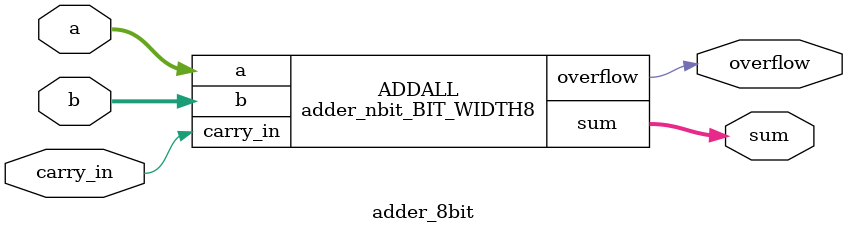
<source format=v>


module adder_1bit_7 ( a, b, carry_in, sum, carry_out );
  input a, b, carry_in;
  output sum, carry_out;
  wire   n1, n2;

  XOR2X1 U1 ( .A(carry_in), .B(n1), .Y(sum) );
  INVX1 U2 ( .A(n2), .Y(carry_out) );
  AOI22X1 U3 ( .A(b), .B(a), .C(n1), .D(carry_in), .Y(n2) );
  XOR2X1 U4 ( .A(a), .B(b), .Y(n1) );
endmodule


module adder_1bit_0 ( a, b, carry_in, sum, carry_out );
  input a, b, carry_in;
  output sum, carry_out;
  wire   n1, n2;

  XOR2X1 U1 ( .A(carry_in), .B(n1), .Y(sum) );
  INVX1 U2 ( .A(n2), .Y(carry_out) );
  AOI22X1 U3 ( .A(b), .B(a), .C(n1), .D(carry_in), .Y(n2) );
  XOR2X1 U4 ( .A(a), .B(b), .Y(n1) );
endmodule


module adder_1bit_1 ( a, b, carry_in, sum, carry_out );
  input a, b, carry_in;
  output sum, carry_out;
  wire   n1, n2;

  XOR2X1 U1 ( .A(carry_in), .B(n1), .Y(sum) );
  INVX1 U2 ( .A(n2), .Y(carry_out) );
  AOI22X1 U3 ( .A(b), .B(a), .C(n1), .D(carry_in), .Y(n2) );
  XOR2X1 U4 ( .A(a), .B(b), .Y(n1) );
endmodule


module adder_1bit_2 ( a, b, carry_in, sum, carry_out );
  input a, b, carry_in;
  output sum, carry_out;
  wire   n1, n2;

  XOR2X1 U1 ( .A(carry_in), .B(n1), .Y(sum) );
  INVX1 U2 ( .A(n2), .Y(carry_out) );
  AOI22X1 U3 ( .A(b), .B(a), .C(n1), .D(carry_in), .Y(n2) );
  XOR2X1 U4 ( .A(a), .B(b), .Y(n1) );
endmodule


module adder_1bit_3 ( a, b, carry_in, sum, carry_out );
  input a, b, carry_in;
  output sum, carry_out;
  wire   n1, n2;

  XOR2X1 U1 ( .A(carry_in), .B(n1), .Y(sum) );
  INVX1 U2 ( .A(n2), .Y(carry_out) );
  AOI22X1 U3 ( .A(b), .B(a), .C(n1), .D(carry_in), .Y(n2) );
  XOR2X1 U4 ( .A(a), .B(b), .Y(n1) );
endmodule


module adder_1bit_4 ( a, b, carry_in, sum, carry_out );
  input a, b, carry_in;
  output sum, carry_out;
  wire   n1, n2;

  XOR2X1 U1 ( .A(carry_in), .B(n1), .Y(sum) );
  INVX1 U2 ( .A(n2), .Y(carry_out) );
  AOI22X1 U3 ( .A(b), .B(a), .C(n1), .D(carry_in), .Y(n2) );
  XOR2X1 U4 ( .A(a), .B(b), .Y(n1) );
endmodule


module adder_1bit_5 ( a, b, carry_in, sum, carry_out );
  input a, b, carry_in;
  output sum, carry_out;
  wire   n1, n2;

  XOR2X1 U1 ( .A(carry_in), .B(n1), .Y(sum) );
  INVX1 U2 ( .A(n2), .Y(carry_out) );
  AOI22X1 U3 ( .A(b), .B(a), .C(n1), .D(carry_in), .Y(n2) );
  XOR2X1 U4 ( .A(a), .B(b), .Y(n1) );
endmodule


module adder_1bit_6 ( a, b, carry_in, sum, carry_out );
  input a, b, carry_in;
  output sum, carry_out;
  wire   n1, n2;

  XOR2X1 U1 ( .A(carry_in), .B(n1), .Y(sum) );
  INVX1 U2 ( .A(n2), .Y(carry_out) );
  AOI22X1 U3 ( .A(b), .B(a), .C(n1), .D(carry_in), .Y(n2) );
  XOR2X1 U4 ( .A(a), .B(b), .Y(n1) );
endmodule


module adder_nbit_BIT_WIDTH8 ( a, b, carry_in, sum, overflow );
  input [7:0] a;
  input [7:0] b;
  output [7:0] sum;
  input carry_in;
  output overflow;

  wire   [7:1] carrys;

  adder_1bit_7 \genblk1[0].IX  ( .a(a[0]), .b(b[0]), .carry_in(carry_in), 
        .sum(sum[0]), .carry_out(carrys[1]) );
  adder_1bit_6 \genblk1[1].IX  ( .a(a[1]), .b(b[1]), .carry_in(carrys[1]), 
        .sum(sum[1]), .carry_out(carrys[2]) );
  adder_1bit_5 \genblk1[2].IX  ( .a(a[2]), .b(b[2]), .carry_in(carrys[2]), 
        .sum(sum[2]), .carry_out(carrys[3]) );
  adder_1bit_4 \genblk1[3].IX  ( .a(a[3]), .b(b[3]), .carry_in(carrys[3]), 
        .sum(sum[3]), .carry_out(carrys[4]) );
  adder_1bit_3 \genblk1[4].IX  ( .a(a[4]), .b(b[4]), .carry_in(carrys[4]), 
        .sum(sum[4]), .carry_out(carrys[5]) );
  adder_1bit_2 \genblk1[5].IX  ( .a(a[5]), .b(b[5]), .carry_in(carrys[5]), 
        .sum(sum[5]), .carry_out(carrys[6]) );
  adder_1bit_1 \genblk1[6].IX  ( .a(a[6]), .b(b[6]), .carry_in(carrys[6]), 
        .sum(sum[6]), .carry_out(carrys[7]) );
  adder_1bit_0 \genblk1[7].IX  ( .a(a[7]), .b(b[7]), .carry_in(carrys[7]), 
        .sum(sum[7]), .carry_out(overflow) );
endmodule


module adder_8bit ( a, b, carry_in, sum, overflow );
  input [7:0] a;
  input [7:0] b;
  output [7:0] sum;
  input carry_in;
  output overflow;


  adder_nbit_BIT_WIDTH8 ADDALL ( .a(a), .b(b), .carry_in(carry_in), .sum(sum), 
        .overflow(overflow) );
endmodule


</source>
